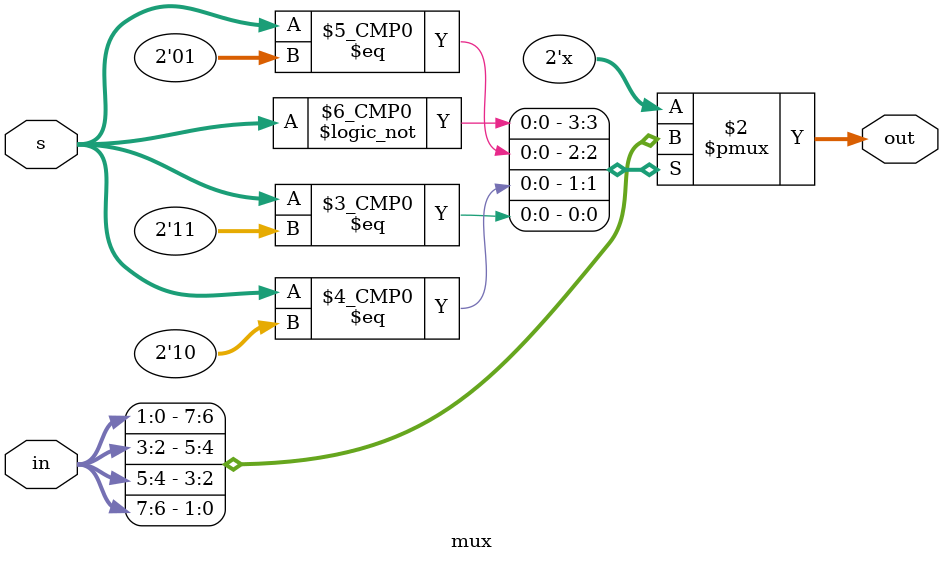
<source format=v>

module mux #(
  parameter data_width = 2,
  parameter data_num = 4)
  (
  input  [data_num*data_width-1:0] in,
  input [1:0] s,
  output reg [data_width-1:0] out
);
  always @(s, in)
  begin
    case (s)
      2'b00: out = in[1:0];
      2'b01: out = in[3:2];
      2'b10: out = in[5:4];
      2'b11: out = in[7:6];
      default: out = 2'b00;
    endcase
  end

endmodule


</source>
